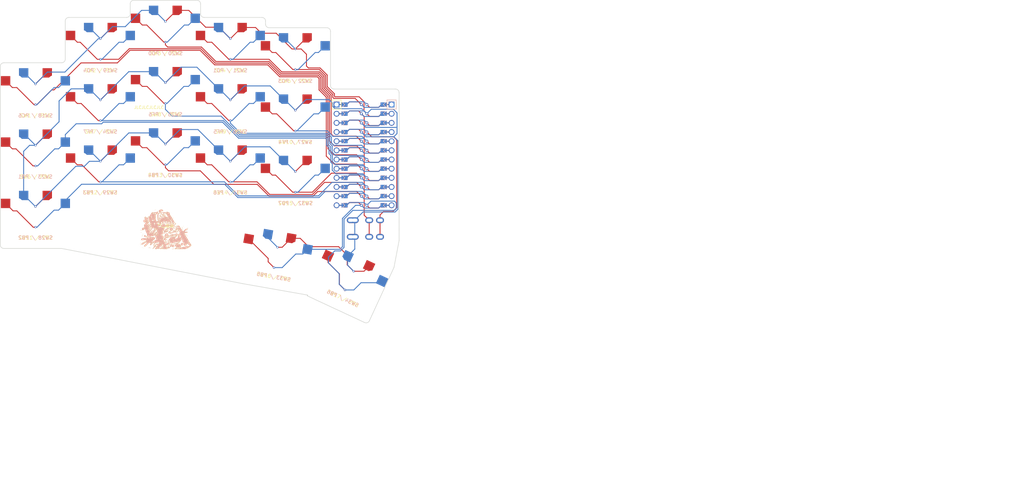
<source format=kicad_pcb>
(kicad_pcb (version 20211014) (generator pcbnew)
  (title_block (title "34skb") (rev "v1.0.0") (company "Unknown"))
  (layers (0 "F.Cu" signal) (31 "B.Cu" signal) (34 "B.Paste" user) (35 "F.Paste" user) (36 "B.SilkS" user "B.Silkscreen") (37 "F.SilkS" user "F.Silkscreen") (38 "B.Mask" user) (39 "F.Mask" user) (44 "Edge.Cuts" user))
  (net 0 "")
  (net 1 "GND")
  (net 2 "matrix_pinky_bottom")
  (net 3 "matrix_pinky_home")
  (net 4 "matrix_pinky_top")
  (net 5 "matrix_ring_bottom")
  (net 6 "matrix_ring_home")
  (net 7 "matrix_ring_top")
  (net 8 "matrix_middle_bottom")
  (net 9 "matrix_middle_home")
  (net 10 "matrix_middle_top")
  (net 11 "matrix_index_bottom")
  (net 12 "matrix_index_home")
  (net 13 "matrix_index_top")
  (net 14 "matrix_inner_bottom")
  (net 15 "matrix_inner_home")
  (net 16 "matrix_inner_top")
  (net 17 "thumb_left")
  (net 18 "thumb_right")
  (net 19 "RAW")
  (net 20 "RST")
  (net 21 "VCC")
  (net 22 "P0")
  (footprint "VIA-0.6mm" (layer "F.Cu") (at 88.164947 15.076876 -25)
    (fp_text reference "REF**" hide)
    (fp_text value "VIA-0.6mm" hide)
  )
  (footprint "PG1350" (layer "F.Cu") (at 66.573 11.2395 -10)
    (fp_text reference "S16" hide)
    (fp_text value "" hide)
  )
  (footprint "VIA-0.6mm" (layer "F.Cu") (at 18 -43.7155)
    (fp_text reference "REF**" hide)
    (fp_text value "VIA-0.6mm" hide)
  )
  (footprint "VIA-0.6mm" (layer "F.Cu") (at 18 -32.4305)
    (fp_text reference "REF**" hide)
    (fp_text value "VIA-0.6mm" hide)
  )
  (footprint "VIA-0.6mm" (layer "F.Cu") (at 36 -20.193)
    (fp_text reference "REF**" hide)
    (fp_text value "VIA-0.6mm" hide)
  )
  (footprint "VIA-0.6mm" (layer "F.Cu") (at 18 -26.7155)
    (fp_text reference "REF**" hide)
    (fp_text value "VIA-0.6mm" hide)
  )
  (footprint "VIA-0.6mm" (layer "F.Cu") (at 85.749684 20.256425 -25)
    (fp_text reference "REF**" hide)
    (fp_text value "VIA-0.6mm" hide)
  )
  (footprint "VIA-0.6mm" (layer "F.Cu") (at 36 -54.193)
    (fp_text reference "REF**" hide)
    (fp_text value "VIA-0.6mm" hide)
  )
  (footprint "PG1350" (layer "F.Cu") (at 0 -17)
    (fp_text reference "S2" hide)
    (fp_text value "" hide)
  )
  (footprint "VIA-0.6mm" (layer "F.Cu") (at 36 -31.478)
    (fp_text reference "REF**" hide)
    (fp_text value "VIA-0.6mm" hide)
  )
  (footprint "ProMicro" (layer "F.Cu") (at 91.05 -17.1905 -90)
    (fp_text reference "MCU1" hide)
    (fp_text value "")
  )
  (footprint "VIA-0.6mm" (layer "F.Cu") (at 54 -32.4305)
    (fp_text reference "REF**" hide)
    (fp_text value "VIA-0.6mm" hide)
  )
  (footprint "VIA-0.6mm" (layer "F.Cu") (at 18 -9.7155)
    (fp_text reference "REF**" hide)
    (fp_text value "VIA-0.6mm" hide)
  )
  (footprint "VIA-0.6mm" (layer "F.Cu") (at 36 -14.478)
    (fp_text reference "REF**" hide)
    (fp_text value "VIA-0.6mm" hide)
  )
  (footprint "PG1350" (layer "F.Cu") (at 18 -29.573)
    (fp_text reference "S5" hide)
    (fp_text value "" hide)
  )
  (footprint "PG1350" (layer "F.Cu") (at 72 -9.7155)
    (fp_text reference "S13" hide)
    (fp_text value "" hide)
  )
  (footprint "VIA-0.6mm" (layer "F.Cu") (at 0 -36.8575)
    (fp_text reference "REF**" hide)
    (fp_text value "VIA-0.6mm" hide)
  )
  (footprint "VIA-0.6mm" (layer "F.Cu") (at 72 -12.573)
    (fp_text reference "REF**" hide)
    (fp_text value "VIA-0.6mm" hide)
  )
  (footprint "PG1350" (layer "F.Cu") (at 18 -12.573)
    (fp_text reference "S4" hide)
    (fp_text value "" hide)
  )
  (footprint "PG1350" (layer "F.Cu") (at 72 -43.7155)
    (fp_text reference "S15" hide)
    (fp_text value "" hide)
  )
  (footprint "PG1350" (layer "F.Cu") (at 0 -34)
    (fp_text reference "S3" hide)
    (fp_text value "" hide)
  )
  (footprint "TRRS-PJ-320A-dual" (layer "F.Cu") (at 98.67 5.5245 -90)
    (fp_text reference "REF**")
    (fp_text value "TRRS-PJ-320A-dual")
  )
  (footprint "PG1350" (layer "F.Cu") (at 54 -29.573)
    (fp_text reference "S11" hide)
    (fp_text value "" hide)
  )
  (footprint "VIA-0.6mm" (layer "F.Cu") (at 18 -15.4305)
    (fp_text reference "REF**" hide)
    (fp_text value "VIA-0.6mm" hide)
  )
  (footprint "VIA-0.6mm" (layer "F.Cu") (at 72 -46.573)
    (fp_text reference "REF**" hide)
    (fp_text value "VIA-0.6mm" hide)
  )
  (footprint "PG1350" (layer "F.Cu") (at 36 -51.3355)
    (fp_text reference "S9" hide)
    (fp_text value "" hide)
  )
  (footprint "PG1350" (layer "F.Cu") (at 72 -26.7155)
    (fp_text reference "S14" hide)
    (fp_text value "" hide)
  )
  (footprint "PG1350" (layer "F.Cu") (at 0 0)
    (fp_text reference "S1" hide)
    (fp_text value "" hide)
  )
  (footprint "VIA-0.6mm" (layer "F.Cu") (at 72 -6.858)
    (fp_text reference "REF**" hide)
    (fp_text value "VIA-0.6mm" hide)
  )
  (footprint "VIA-0.6mm" (layer "F.Cu") (at 72 -29.573)
    (fp_text reference "REF**" hide)
    (fp_text value "VIA-0.6mm" hide)
  )
  (footprint "VIA-0.6mm" (layer "F.Cu") (at 54 -9.7155)
    (fp_text reference "REF**" hide)
    (fp_text value "VIA-0.6mm" hide)
  )
  (footprint "VIA-0.6mm" (layer "F.Cu") (at 0 2.8575)
    (fp_text reference "REF**" hide)
    (fp_text value "VIA-0.6mm" hide)
  )
  (footprint "PG1350" (layer "F.Cu") (at 54 -46.573)
    (fp_text reference "S12" hide)
    (fp_text value "" hide)
  )
  (footprint "PG1350" (layer "F.Cu") (at 86.957316 17.66665 -25)
    (fp_text reference "S17" hide)
    (fp_text value "" hide)
  )
  (footprint "PG1350" (layer "F.Cu") (at 36 -34.3355)
    (fp_text reference "S8" hide)
    (fp_text value "" hide)
  )
  (footprint "PG1350" (layer "F.Cu") (at 54 -12.573)
    (fp_text reference "S10" hide)
    (fp_text value "" hide)
  )
  (footprint "VIA-0.6mm" (layer "F.Cu") (at 54 -43.7155)
    (fp_text reference "REF**" hide)
    (fp_text value "VIA-0.6mm" hide)
  )
  (footprint "VIA-0.6mm" (layer "F.Cu") (at 36 -48.478)
    (fp_text reference "REF**" hide)
    (fp_text value "VIA-0.6mm" hide)
  )
  (footprint "VIA-0.6mm" (layer "F.Cu") (at 67.0692 8.425412 -10)
    (fp_text reference "REF**" hide)
    (fp_text value "VIA-0.6mm" hide)
  )
  (footprint "VIA-0.6mm" (layer "F.Cu") (at 18 -49.4305)
    (fp_text reference "REF**" hide)
    (fp_text value "VIA-0.6mm" hide)
  )
  (footprint "VIA-0.6mm" (layer "F.Cu") (at 0 -31.1425)
    (fp_text reference "REF**" hide)
    (fp_text value "VIA-0.6mm" hide)
  )
  (footprint "VIA-0.6mm" (layer "F.Cu") (at 54 -49.4305)
    (fp_text reference "REF**" hide)
    (fp_text value "VIA-0.6mm" hide)
  )
  (footprint "VIA-0.6mm" (layer "F.Cu") (at 72 -40.858)
    (fp_text reference "REF**" hide)
    (fp_text value "VIA-0.6mm" hide)
  )
  (footprint "PG1350" (layer "F.Cu") (at 18 -46.573)
    (fp_text reference "S6" hide)
    (fp_text value "" hide)
  )
  (footprint "VIA-0.6mm" (layer "F.Cu") (at 54 -15.4305)
    (fp_text reference "REF**" hide)
    (fp_text value "VIA-0.6mm" hide)
  )
  (footprint "VIA-0.6mm" (layer "F.Cu") (at 0 -14.1425)
    (fp_text reference "REF**" hide)
    (fp_text value "VIA-0.6mm" hide)
  )
  (footprint "VIA-0.6mm" (layer "F.Cu") (at 36 -37.193)
    (fp_text reference "REF**" hide)
    (fp_text value "VIA-0.6mm" hide)
  )
  (footprint "VIA-0.6mm" (layer "F.Cu") (at 0 -2.8575)
    (fp_text reference "REF**" hide)
    (fp_text value "VIA-0.6mm" hide)
  )
  (footprint "LOGO" (layer "F.Cu") (at 35.934337 2.988697)
    (fp_text reference "G***")
    (fp_text value "LOGO" hide)
  )
  (footprint "VIA-0.6mm" (layer "F.Cu") (at 54 -26.7155)
    (fp_text reference "REF**" hide)
    (fp_text value "VIA-0.6mm" hide)
  )
  (footprint "VIA-0.6mm" (layer "F.Cu") (at 66.0768 14.053588 -10)
    (fp_text reference "REF**" hide)
    (fp_text value "VIA-0.6mm" hide)
  )
  (footprint "VIA-0.6mm" (layer "F.Cu") (at 72 -23.858)
    (fp_text reference "REF**" hide)
    (fp_text value "VIA-0.6mm" hide)
  )
  (footprint "PG1350" (layer "F.Cu") (at 36 -17.3355)
    (fp_text reference "S7" hide)
    (fp_text value "" hide)
  )
  (footprint "VIA-0.6mm" (layer "F.Cu") (at 0 -19.8575)
    (fp_text reference "REF**" hide)
    (fp_text value "VIA-0.6mm" hide)
  )
  (footprint "LOGO" (layer "B.Cu") (at 35.904337 2.978697 180)
    (fp_text reference "G***")
    (fp_text value "LOGO" hide)
  )
  (gr_line (start -9.75 7.75) (end -9.75 -41.75) (layer "Edge.Cuts") (width 0.15))
  (gr_line (start 46.75 -55.323) (end 62.75 -55.323) (layer "Edge.Cuts") (width 0.15))
  (gr_line (start 9.25 -55.323) (end 25.25 -55.323) (layer "Edge.Cuts") (width 0.15))
  (gr_line (start 57.421318 18.510794) (end 7.25 8.75) (layer "Edge.Cuts") (width 0.15))
  (gr_line (start 75.329213 21.898933) (end 91.189599 29.294753) (layer "Edge.Cuts") (width 0.15))
  (gr_line (start 8.25 -43.75) (end 8.25 -54.323) (layer "Edge.Cuts") (width 0.15))
  (gr_arc (start -9.75 -41.75) (mid -9.457107 -42.457107) (end -8.75 -42.75) (layer "Edge.Cuts") (width 0.15))
  (gr_line (start 100.75 -2.744011) (end 100.758002 6.547588) (layer "Edge.Cuts") (width 0.15))
  (gr_arc (start 80.75 -52.4655) (mid 81.457107 -52.172607) (end 81.75 -51.4655) (layer "Edge.Cuts") (width 0.15))
  (gr_line (start 63.75 -54.323) (end 63.75 -53.4655) (layer "Edge.Cuts") (width 0.15))
  (gr_arc (start 8.25 -54.323) (mid 8.542893 -55.030107) (end 9.25 -55.323) (layer "Edge.Cuts") (width 0.15))
  (gr_line (start 100.758002 6.547588) (end 99.332706 14.016139) (layer "Edge.Cuts") (width 0.15))
  (gr_arc (start 82.75 -35.4655) (mid 82.042893 -35.758393) (end 81.75 -36.4655) (layer "Edge.Cuts") (width 0.15))
  (gr_arc (start 99.75 -35.4655) (mid 100.457107 -35.172607) (end 100.75 -34.4655) (layer "Edge.Cuts") (width 0.15))
  (gr_line (start 26.25 -56.323) (end 26.25 -59.0855) (layer "Edge.Cuts") (width 0.15))
  (gr_line (start 64.75 -52.4655) (end 80.75 -52.4655) (layer "Edge.Cuts") (width 0.15))
  (gr_line (start 57.421318 18.510794) (end 75.428528 21.685951) (layer "Edge.Cuts") (width 0.15))
  (gr_line (start -8.75 -42.75) (end 7.25 -42.75) (layer "Edge.Cuts") (width 0.15))
  (gr_arc (start -8.75 8.75) (mid -9.457107 8.457107) (end -9.75 7.75) (layer "Edge.Cuts") (width 0.15))
  (gr_line (start -8.75 8.75) (end 7.25 8.75) (layer "Edge.Cuts") (width 0.15))
  (gr_line (start 27.25 -60.0855) (end 44.75 -60.0855) (layer "Edge.Cuts") (width 0.15))
  (gr_arc (start 8.25 -43.75) (mid 7.957107 -43.042893) (end 7.25 -42.75) (layer "Edge.Cuts") (width 0.15))
  (gr_line (start 99.332706 14.016139) (end 92.518525 28.811063) (layer "Edge.Cuts") (width 0.15))
  (gr_arc (start 46.75 -55.323) (mid 46.042893 -55.615893) (end 45.75 -56.323) (layer "Edge.Cuts") (width 0.15))
  (gr_arc (start 26.25 -56.323) (mid 25.957107 -55.615893) (end 25.25 -55.323) (layer "Edge.Cuts") (width 0.15))
  (gr_arc (start 26.25 -59.0855) (mid 26.542893 -59.792607) (end 27.25 -60.0855) (layer "Edge.Cuts") (width 0.15))
  (gr_line (start 82.75 -35.4655) (end 99.75 -35.4655) (layer "Edge.Cuts") (width 0.15))
  (gr_arc (start 92.518525 28.811063) (mid 91.954237 29.328138) (end 91.189599 29.294753) (layer "Edge.Cuts") (width 0.15))
  (gr_line (start 81.75 -36.4655) (end 81.75 -51.4655) (layer "Edge.Cuts") (width 0.15))
  (gr_line (start 75.428528 21.685951) (end 75.329213 21.898933) (layer "Edge.Cuts") (width 0.15))
  (gr_arc (start 64.75 -52.4655) (mid 64.042893 -52.758393) (end 63.75 -53.4655) (layer "Edge.Cuts") (width 0.15))
  (gr_line (start 45.75 -59.0855) (end 45.75 -56.323) (layer "Edge.Cuts") (width 0.15))
  (gr_arc (start 62.75 -55.323) (mid 63.457107 -55.030107) (end 63.75 -54.323) (layer "Edge.Cuts") (width 0.15))
  (gr_arc (start 44.75 -60.0855) (mid 45.457107 -59.792607) (end 45.75 -59.0855) (layer "Edge.Cuts") (width 0.15))
  (gr_line (start 100.75 -2.744011) (end 100.75 -34.4655) (layer "Edge.Cuts") (width 0.15))
  (gr_text "SW25 / PF6" (at 36.024337 -28.421303) (layer "B.SilkS") (effects (font (size 1 1)) (justify mirror)))
  (gr_text "SW33 / PB5" (at 66.004337 16.618697 -10) (layer "B.SilkS") (effects (font (size 1 1)) (justify mirror)))
  (gr_text "SW30 / PB4" (at 35.974337 -11.571303) (layer "B.SilkS") (effects (font (size 1 1)) (justify mirror)))
  (gr_text "SW20 / PD0" (at 36.024337 -45.371303) (layer "B.SilkS") (effects (font (size 1 1)) (justify mirror)))
  (gr_text "SW19 / PD4" (at 17.994337 -40.631303) (layer "B.SilkS") (effects (font (size 1 1)) (justify mirror)))
  (gr_text "SW27 / PF4" (at 71.984337 -20.751303) (layer "B.SilkS") (effects (font (size 1 1)) (justify mirror)))
  (gr_text "SW28 / PB2" (at 0.014337 5.788697) (layer "B.SilkS") (effects (font (size 1 1)) (justify mirror)))
  (gr_text "SW31 / PE6" (at 53.994337 -6.751303) (layer "B.SilkS") (effects (font (size 1 1)) (justify mirror)))
  (gr_text "SW32 / PD7" (at 72.044337 -3.771303) (layer "B.SilkS") (effects (font (size 1 1)) (justify mirror)))
  (gr_text "SW34 / PB6" (at 85.154337 22.628697 -25) (layer "B.SilkS") (effects (font (size 1 1)) (justify mirror)))
  (gr_text "SW23 / PB1" (at -0.045663 -11.141303) (layer "B.SilkS") (effects (font (size 1 1)) (justify mirror)))
  (gr_text "SW22 / PD3" (at 72.004337 -37.701303) (layer "B.SilkS") (effects (font (size 1 1)) (justify mirror)))
  (gr_text "SW29 / PB3" (at 17.914337 -6.761303) (layer "B.SilkS") (effects (font (size 1 1)) (justify mirror)))
  (gr_text "SW21 / PD1" (at 53.964337 -40.631303) (layer "B.SilkS") (effects (font (size 1 1)) (justify mirror)))
  (gr_text "SW24 / PF7" (at 17.984337 -23.631303) (layer "B.SilkS") (effects (font (size 1 1)) (justify mirror)))
  (gr_text "SW18 / PC6" (at 0.004337 -28.101303) (layer "B.SilkS") (effects (font (size 1 1)) (justify mirror)))
  (gr_text "SW26 / PF5" (at 53.994337 -23.631303) (layer "B.SilkS") (effects (font (size 1 1)) (justify mirror)))
  (gr_text "" (at 273.69 71.9295) (layer "F.SilkS") (effects (font (size 1.27 1.27))))
  (gr_text "SW1 / PC6" (at 0.004337 -28.111303) (layer "F.SilkS") (effects (font (size 1 1))))
  (gr_text "SW11 / PB2" (at 0.014337 5.778697) (layer "F.SilkS") (effects (font (size 1 1))))
  (gr_text "SW6 / PB1" (at -0.045663 -11.151303) (layer "F.SilkS") (effects (font (size 1 1))))
  (gr_text "SW13 / PB4" (at 35.974337 -11.581303) (layer "F.SilkS") (effects (font (size 1 1))))
  (gr_text "SW15 / PD7" (at 72.044337 -3.781303) (layer "F.SilkS") (effects (font (size 1 1))))
  (gr_text "SW2 / PD4" (at 17.994337 -40.641303) (layer "F.SilkS") (effects (font (size 1 1))))
  (gr_text "SW8 / PF6" (at 36.024337 -28.431303) (layer "F.SilkS") (effects (font (size 1 1))))
  (gr_text "SW9 / PF5" (at 53.994337 -23.641303) (layer "F.SilkS") (effects (font (size 1 1))))
  (gr_text "SW5 / PD3" (at 72.004337 -37.711303) (layer "F.SilkS") (effects (font (size 1 1))))
  (gr_text "JLCJLCJLCJLC" (at 31.454337 -30.371303) (layer "F.SilkS") (effects (font (size 0.8 0.8))))
  (gr_text "SW3 / PD0" (at 36.024337 -45.381303) (layer "F.SilkS") (effects (font (size 1 1))))
  (gr_text "SW7 / PF7" (at 17.984337 -23.641303) (layer "F.SilkS") (effects (font (size 1 1))))
  (gr_text "SW4 / PD1" (at 53.964337 -40.641303) (layer "F.SilkS") (effects (font (size 1 1))))
  (gr_text "SW14 / PE6" (at 53.994337 -6.761303) (layer "F.SilkS") (effects (font (size 1 1))))
  (gr_text "SW16 / PB5" (at 66.004337 16.608697 -10) (layer "F.SilkS") (effects (font (size 1 1))))
  (gr_text "SW17 / PB6" (at 85.154337 22.618697 -25) (layer "F.SilkS") (effects (font (size 1 1))))
  (gr_text "SW10 / PF4" (at 71.984337 -20.761303) (layer "F.SilkS") (effects (font (size 1 1))))
  (gr_text "SW12 / PB3" (at 17.914337 -6.771303) (layer "F.SilkS") (effects (font (size 1 1))))
  (segment (start 82.830538 -33.491352) (end 82.990732 -33.331158) (width 0.25) (layer "F.Cu") (net 1))
  (segment (start 71.068944 -46.573) (end 66.701255 -50.940689) (width 0.25) (layer "F.Cu") (net 1))
  (segment (start 73.625911 -46.573) (end 75.082024 -45.116887) (width 0.25) (layer "F.Cu") (net 1))
  (segment (start 21.0925 -52.523) (end 21.275 -52.523) (width 0.25) (layer "F.Cu") (net 1))
  (segment (start 72 -46.573) (end 73.625911 -46.573) (width 0.25) (layer "F.Cu") (net 1))
  (segment (start 60.992524 -52.523) (end 57.275 -52.523) (width 0.25) (layer "F.Cu") (net 1))
  (segment (start 82.990732 -33.331158) (end 89.659712 -33.331158) (width 0.25) (layer "F.Cu") (net 1))
  (segment (start 18 -15.4305) (end 21.0925 -18.523) (width 0.25) (layer "F.Cu") (net 1))
  (segment (start 42.47529 -57.2855) (end 39.275 -57.2855) (width 0.25) (layer "F.Cu") (net 1))
  (segment (start 0 -19.8575) (end 3.0925 -22.95) (width 0.25) (layer "F.Cu") (net 1))
  (segment (start 80.834035 -39.340323) (end 80.834035 -36.142358) (width 0.25) (layer "F.Cu") (net 1))
  (segment (start 89.659712 -33.331158) (end 91.032807 -31.958063) (width 0.25) (layer "F.Cu") (net 1))
  (segment (start 72 -12.573) (end 75.0925 -15.6655) (width 0.25) (layer "F.Cu") (net 1))
  (segment (start 88.164947 15.076876) (end 86.377483 13.289412) (width 0.25) (layer "F.Cu") (net 1))
  (segment (start 67.0692 8.425412) (end 68.354632 8.425412) (width 0.25) (layer "F.Cu") (net 1))
  (segment (start 73.364817 5.948592) (end 70.831452 5.948592) (width 0.25) (layer "F.Cu") (net 1))
  (segment (start 18 -49.4305) (end 21.0925 -52.523) (width 0.25) (layer "F.Cu") (net 1))
  (segment (start 39.0925 -57.2855) (end 39.275 -57.2855) (width 0.25) (layer "F.Cu") (net 1))
  (segment (start 3.0925 -39.95) (end 3.275 -39.95) (width 0.25) (layer "F.Cu") (net 1))
  (segment (start 72 -46.573) (end 71.068944 -46.573) (width 0.25) (layer "F.Cu") (net 1))
  (segment (start 91.02137 15.076876) (end 92.440053 13.658193) (width 0.25) (layer "F.Cu") (net 1))
  (segment (start 66.701255 -50.940689) (end 62.574835 -50.940689) (width 0.25) (layer "F.Cu") (net 1))
  (segment (start 54 -49.4305) (end 57.0925 -52.523) (width 0.25) (layer "F.Cu") (net 1))
  (segment (start 50.824764 -52.605736) (end 47.155054 -52.605736) (width 0.25) (layer "F.Cu") (net 1))
  (segment (start 75.082024 -41.844345) (end 75.618369 -41.308) (width 0.25) (layer "F.Cu") (net 1))
  (segment (start 21.0925 -35.523) (end 21.275 -35.523) (width 0.25) (layer "F.Cu") (net 1))
  (segment (start 75.0925 -32.6655) (end 75.275 -32.6655) (width 0.25) (layer "F.Cu") (net 1))
  (segment (start 68.354632 8.425412) (end 70.831452 5.948592) (width 0.25) (layer "F.Cu") (net 1))
  (segment (start 36 -20.193) (end 39.0925 -23.2855) (width 0.25) (layer "F.Cu") (net 1))
  (segment (start 18 -32.4305) (end 21.0925 -35.523) (width 0.25) (layer "F.Cu") (net 1))
  (segment (start 57.0925 -18.523) (end 57.275 -18.523) (width 0.25) (layer "F.Cu") (net 1))
  (segment (start 57.0925 -52.523) (end 57.275 -52.523) (width 0.25) (layer "F.Cu") (net 1))
  (segment (start 39.0925 -23.2855) (end 39.275 -23.2855) (width 0.25) (layer "F.Cu") (net 1))
  (segment (start 57.0925 -35.523) (end 57.275 -35.523) (width 0.25) (layer "F.Cu") (net 1))
  (segment (start 0 -36.8575) (end 3.0925 -39.95) (width 0.25) (layer "F.Cu") (net 1))
  (segment (start 54 -15.4305) (end 57.0925 -18.523) (width 0.25) (layer "F.Cu") (net 1))
  (segment (start 75.082024 -45.116887) (end 75.082024 -41.844345) (width 0.25) (layer "F.Cu") (net 1))
  (segment (start 62.574835 -50.940689) (end 60.992524 -52.523) (width 0.25) (layer "F.Cu") (net 1))
  (segment (start 47.155054 -52.605736) (end 42.47529 -57.2855) (width 0.25) (layer "F.Cu") (net 1))
  (segment (start 36 -54.193) (end 39.0925 -57.2855) (width 0.25) (layer "F.Cu") (net 1))
  (segment (start 82.830538 -34.145855) (end 82.830538 -33.491352) (width 0.25) (layer "F.Cu") (net 1))
  (segment (start 75.679376 8.263151) (end 73.364817 5.948592) (width 0.25) (layer "F.Cu") (net 1))
  (segment (start 84.009523 8.263151) (end 75.679376 8.263151) (width 0.25) (layer "F.Cu") (net 1))
  (segment (start 0 -2.8575) (end 3.0925 -5.95) (width 0.25) (layer "F.Cu") (net 1))
  (segment (start 86.377483 10.631111) (end 84.009523 8.263151) (width 0.25) (layer "F.Cu") (net 1))
  (segment (start 78.866358 -41.308) (end 80.834035 -39.340323) (width 0.25) (layer "F.Cu") (net 1))
  (segment (start 88.164947 15.076876) (end 91.02137 15.076876) (width 0.25) (layer "F.Cu") (net 1))
  (segment (start 75.0925 -49.6655) (end 75.275 -49.6655) (width 0.25) (layer "F.Cu") (net 1))
  (segment (start 54 -49.4305) (end 50.824764 -52.605736) (width 0.25) (layer "F.Cu") (net 1))
  (segment (start 91.032807 -29.399693) (end 91.812 -28.6205) (width 0.25) (layer "F.Cu") (net 1))
  (segment (start 54 -32.4305) (end 57.0925 -35.523) (width 0.25) (layer "F.Cu") (net 1))
  (segment (start 39.0925 -40.2855) (end 39.275 -40.2855) (width 0.25) (layer "F.Cu") (net 1))
  (segment (start 80.834035 -36.142358) (end 82.830538 -34.145855) (width 0.25) (layer "F.Cu") (net 1))
  (segment (start 3.0925 -5.95) (end 3.275 -5.95) (width 0.25) (layer "F.Cu") (net 1))
  (segment (start 75.0925 -15.6655) (end 75.275 -15.6655) (width 0.25) (layer "F.Cu") (net 1))
  (segment (start 75.618369 -41.308) (end 78.866358 -41.308) (width 0.25) (layer "F.Cu") (net 1))
  (segment (start 72 -46.573) (end 75.0925 -49.6655) (width 0.25) (layer "F.Cu") (net 1))
  (segment (start 36 -37.193) (end 39.0925 -40.2855) (width 0.25) (layer "F.Cu") (net 1))
  (segment (start 72 -29.573) (end 75.0925 -32.6655) (width 0.25) (layer "F.Cu") (net 1))
  (segment (start 21.0925 -18.523) (end 21.275 -18.523) (width 0.25) (layer "F.Cu") (net 1))
  (segment (start 3.0925 -22.95) (end 3.275 -22.95) (width 0.25) (layer "F.Cu") (net 1))
  (segment (start 86.377483 13.289412) (end 86.377483 10.631111) (width 0.25) (layer "F.Cu") (net 1))
  (segment (start 91.032807 -31.958063) (end 91.032807 -29.399693) (width 0.25) (layer "F.Cu") (net 1))
  (segment (start 82.988828 -30.010681) (end 90.421819 -30.010681) (width 0.25) (layer "B.Cu") (net 1))
  (segment (start 29.403979 -57.2855) (end 32.725 -57.2855) (width 0.25) (layer "B.Cu") (net 1))
  (segment (start 45.019979 -24.228021) (end 50.725 -18.523) (width 0.25) (layer "B.Cu") (net 1))
  (segment (start 9.896697 -35.523) (end 14.725 -35.523) (width 0.25) (layer "B.Cu") (net 1))
  (segment (start 3.301254 -40.158754) (end 8.148472 -40.158754) (width 0.25) (layer "B.Cu") (net 1))
  (segment (start 32.9075 -57.2855) (end 32.725 -57.2855) (width 0.25) (layer "B.Cu") (net 1))
  (segment (start 18 -49.4305) (end 14.9075 -52.523) (width 0.25) (layer "B.Cu") (net 1))
  (segment (start -3.275 -18.208781) (end -1.626281 -19.8575) (width 0.25) (layer "B.Cu") (net 1))
  (segment (start -3.275 -5.95) (end -3.275 -18.208781) (width 0.25) (layer "B.Cu") (net 1))
  (segment (start 72 -46.573) (end 68.9075 -49.6655) (width 0.25) (layer "B.Cu") (net 1))
  (segment (start 88.47 0.9245) (end 88.47 5.5245) (width 0.25) (layer "B.Cu") (net 1))
  (segment (start 36 -37.193) (end 40.328839 -41.521839) (width 0.25) (layer "B.Cu") (net 1))
  (segment (start 40.328839 -41.521839) (end 44.726161 -41.521839) (width 0.25) (layer "B.Cu") (net 1))
  (segment (start 81.345278 -32.544459) (end 82.305 -31.584737) (width 0.25) (layer "B.Cu") (net 1))
  (segment (start 90.748258 -1.353758) (end 99.646401 -1.353758) (width 0.25) (layer "B.Cu") (net 1))
  (segment (start 54 -32.4305) (end 50.9075 -35.523) (width 0.25) (layer "B.Cu") (net 1))
  (segment (start 11.198053 -14.055553) (end 13.572553 -14.055553) (width 0.25) (layer "B.Cu") (net 1))
  (segment (start 88.47 0.9245) (end 90.748258 -1.353758) (width 0.25) (layer "B.Cu") (net 1))
  (segment (start 99.301102 -22.239166) (end 91.589334 -22.239166) (width 0.25) (layer "B.Cu") (net 1))
  (segment (start 0 -36.8575) (end -3.0925 -39.95) (width 0.25) (layer "B.Cu") (net 1))
  (segment (start 40.035021 -24.228021) (end 45.019979 -24.228021) (width 0.25) (layer "B.Cu") (net 1))
  (segment (start 50.9075 -18.523) (end 50.725 -18.523) (width 0.25) (layer "B.Cu") (net 1))
  (segment (start -3.0925 -39.95) (end -3.275 -39.95) (width 0.25) (layer "B.Cu") (net 1))
  (segment (start 90.288 -26.0805) (end 91.548316 -24.820184) (width 0.25) (layer "B.Cu") (net 1))
  (segment (start 32.9075 -23.2855) (end 32.725 -23.2855) (width 0.25) (layer "B.Cu") (net 1))
  (segment (start 25.852084 -23.2855) (end 32.725 -23.2855) (width 0.25) (layer "B.Cu") (net 1))
  (segment (start 57.899621 -36.330121) (end 65.060379 -36.330121) (width 0.25) (layer "B.Cu") (net 1))
  (segment (start 68.9075 -15.6655) (end 68.725 -15.6655) (width 0.25) (layer "B.Cu") (net 1))
  (segment (start 54 -32.4305) (end 57.899621 -36.330121) (width 0.25) (layer "B.Cu") (net 1))
  (segment (start 24.646836 -22.077336) (end 24.646836 -22.080252) (width 0.25) (layer "B.Cu") (net 1))
  (segment (start 68.9075 -49.6655) (end 68.725 -49.6655) (width 0.25) (layer "B.Cu") (net 1))
  (segment (start 36 -20.193) (end 32.9075 -23.2855) (width 0.25) (layer "B.Cu") (net 1))
  (segment (start 18 -49.4305) (end 21.334151 -52.764651) (width 0.25) (layer "B.Cu") (net 1))
  (segment (start 0 -19.8575) (end -3.0925 -22.95) (width 0.25) (layer "B.Cu") (net 1))
  (segment (start 18 -32.4305) (end 14.9075 -35.523) (width 0.25) (layer "B.Cu") (net 1))
  (segment (start 18 -15.4305) (end 24.646836 -22.077336) (width 0.25) (layer "B.Cu") (net 1))
  (segment (start 25.855 -40.2855) (end 32.725 -40.2855) (width 0.25) (layer "B.Cu") (net 1))
  (segment (start 0 -36.8575) (end 3.301254 -40.158754) (width 0.25) (layer "B.Cu") (net 1))
  (segment (start 86.503737 13.415666) (end 86.503737 10.890044) (width 0.25) (layer "B.Cu") (net 1))
  (segment (start 6.550479 -32.176782) (end 9.896697 -35.523) (width 0.25) (layer "B.Cu") (net 1))
  (segment (start 54 -49.4305) (end 50.9075 -52.523) (width 0.25) (layer "B.Cu") (net 1))
  (segment (start 91.812 -28.6205) (end 93.052945 -29.861445) (width 0.25) (layer "B.Cu") (net 1))
  (segment (start 82.305 -31.584737) (end 82.305 -30.694509) (width 0.25) (layer "B.Cu") (net 1))
  (segment (start 65.060379 -36.330121) (end 68.725 -32.6655) (width 0.25) (layer "B.Cu") (net 1))
  (segment (start 64.957515 -19.432985) (end 68.725 -15.6655) (width 0.25) (layer "B.Cu") (net 1))
  (segment (start 72 -29.573) (end 74.971459 -32.544459) (width 0.25) (layer "B.Cu") (net 1))
  (segment (start 72 -29.573) (end 68.9075 -32.6655) (width 0.25) (layer "B.Cu") (net 1))
  (segment (start 64.380961 5.737173) (end 64.380961 4.811196) (width 0.25) (layer "B.Cu") (net 1))
  (segment (start 100.186278 -24.820184) (end 100.186278 -23.124342) (width 0.25) (layer "B.Cu") (net 1))
  (segment (start 0 -19.8575) (end 6.550479 -26.407979) (width 0.25) (layer "B.Cu") (net 1))
  (segment (start 88.47 8.923781) (end 86.503737 10.890044) (width 0.25) (layer "B.Cu") (net 1))
  (segment (start 13.572553 -14.055553) (end 14.9475 -15.4305) (width 0.25) (layer "B.Cu") (net 1))
  (segment (start 88.47 5.5245) (end 88.47 8.923781) (width 0.25) (layer "B.Cu") (net 1))
  (segment (start 67.0692 8.425412) (end 64.380961 5.737173) (width 0.25) (layer "B.Cu") (net 1))
  (segment (start 24.88313 -52.764651) (end 29.403979 -57.2855) (width 0.25) (layer "B.Cu") (net 1))
  (segment (start 58.002485 -19.432985) (end 64.957515 -19.432985) (width 0.25) (layer "B.Cu") (net 1))
  (segment (start 72 -12.573) (end 68.9075 -15.6655) (width 0.25) (layer "B.Cu") (net 1))
  (segment (start 36 -20.193) (end 40.035021 -24.228021) (width 0.25) (layer "B.Cu") (net 1))
  (segment (start 99.646401 -1.353758) (end 100.395919 -2.103276) (width 0.25) (layer "B.Cu") (net 1))
  (segment (start 0 -2.8575) (end 11.198053 -14.055553) (width 0.25) (layer "B.Cu") (net 1))
  (segment (start -3.0925 -22.95) (end -3.275 -22.95) (width 0.25) (layer "B.Cu") (net 1))
  (segment (start 24.646836 -22.080252) (end 25.852084 -23.2855) (width 0.25) (layer "B.Cu") (net 1))
  (segment (start 50.9075 -52.523) (end 50.725 -52.523) (width 0.25) (layer "B.Cu") (net 1))
  (segment (start 14.9475 -15.4305) (end 18 -15.4305) (width 0.25) (layer "B.Cu") (net 1))
  (segment (start 14.9075 -18.523) (end 14.725 -18.523) (width 0.25) (layer "B.Cu") (net 1))
  (segment (start 88.164947 15.076876) (end 86.503737 13.415666) (width 0.25) (layer "B.Cu") (net 1))
  (segment (start 21.334151 -52.764651) (end 24.88313 -52.764651) (width 0.25) (layer "B.Cu") (net 1))
  (segment (start 100.186278 -23.124342) (end 99.301102 -22.239166) (width 0.25) (layer "B.Cu") (net 1))
  (segment (start 93.052945 -29.861445) (end 99.178025 -29.861445) (width 0.25) (layer "B.Cu") (net 1))
  (segment (start 14.9075 -52.523) (end 14.725 -52.523) (width 0.25) (layer "B.Cu") (net 1))
  (segment (start 100.186278 -28.853192) (end 100.186278 -24.820184) (width 0.25) (layer "B.Cu") (net 1))
  (segment (start 91.548316 -24.820184) (end 100.186278 -24.820184) (width 0.25) (layer "B.Cu") (net 1))
  (segment (start 14.9075 -35.523) (end 14.725 -35.523) (width 0.25) (layer "B.Cu") (net 1))
  (segment (start 36 -37.193) (end 32.9075 -40.2855) (width 0.25) (layer "B.Cu") (net 1))
  (segment (start 54 -15.4305) (end 50.9075 -18.523) (width 0.25) (layer "B.Cu") (net 1))
  (segment (start 91.589334 -22.239166) (end 90.288 -23.5405) (width 0.25) (layer "B.Cu") (net 1))
  (segment (start 50.9075 -35.523) (end 50.725 -35.523) (width 0.25) (layer "B.Cu") (net 1))
  (segment (start 36 -54.193) (end 32.9075 -57.2855) (width 0.25) (layer "B.Cu") (net 1))
  (segment (start 44.726161 -41.521839) (end 50.725 -35.523) (width 0.25) (layer "B.Cu") (net 1))
  (segment (start 18 -32.4305) (end 25.855 -40.2855) (width 0.25) (layer "B.Cu") (net 1))
  (segment (start 54 -15.4305) (end 58.002485 -19.432985) (width 0.25) (layer "B.Cu") (net 1))
  (segment (start 6.550479 -26.407979) (end 6.550479 -32.176782) (width 0.25) (layer "B.Cu") (net 1))
  (segment (start 0 -2.8575) (end -3.0925 -5.95) (width 0.25) (layer "B.Cu") (net 1))
  (segment (start 8.148472 -40.158754) (end 17.420218 -49.4305) (width 0.25) (layer "B.Cu") (net 1))
  (segment (start 17.420218 -49.4305) (end 18 -49.4305) (width 0.25) (layer "B.Cu") (net 1))
  (segment (start 100.395919 -21.144349) (end 99.301102 -22.239166) (width 0.25) (layer "B.Cu") (net 1))
  (segment (start 99.178025 -29.861445) (end 100.186278 -28.853192) (width 0.25) (layer "B.Cu") (net 1))
  (segment (start -3.0925 -5.95) (end -3.275 -5.95) (width 0.25) (layer "B.Cu") (net 1))
  (segment (start 90.421819 -30.010681) (end 91.812 -28.6205) (width 0.25) (layer "B.Cu") (net 1))
  (segment (start 18 -15.4305) (end 14.9075 -18.523) (width 0.25) (layer "B.Cu") (net 1))
  (segment (start -1.626281 -19.8575) (end 0 -19.8575) (width 0.25) (layer "B.Cu") (net 1))
  (segment (start 82.305 -30.694509) (end 82.988828 -30.010681) (width 0.25) (layer "B.Cu") (net 1))
  (segment (start 74.971459 -32.544459) (end 81.345278 -32.544459) (width 0.25) (layer "B.Cu") (net 1))
  (segment (start 68.9075 -32.6655) (end 68.725 -32.6655) (width 0.25) (layer "B.Cu") (net 1))
  (segment (start 100.395919 -2.103276) (end 100.395919 -21.144349) (width 0.25) (layer "B.Cu") (net 1))
  (segment (start 32.9075 -40.2855) (end 32.725 -40.2855) (width 0.25) (layer "B.Cu") (net 1))
  (segment (start -0.622774 2.8575) (end -5.149513 -1.669239) (width 0.25) (layer "F.Cu") (net 2))
  (segment (start 0 2.8575) (end -0.622774 2.8575) (width 0.25) (layer "F.Cu") (net 2))
  (segment (start -5.149513 -1.669239) (end -6.194239 -1.669239) (width 0.25) (layer "F.Cu") (net 2))
  (segment (start -6.194239 -1.669239) (end -8.275 -3.75) (width 0.25) (layer "F.Cu") (net 2))
  (segment (start 80.264542 -7.056576) (end 90.515924 -7.056576) (width 0.25) (layer "B.Cu") (net 2))
  (segment (start 5.156763 -1.874999) (end 6.399999 -1.874999) (width 0.25) (layer "B.Cu") (net 2))
  (segment (start 52.395266 -9.062689) (end 56.07747 -5.380485) (width 0.25) (layer "B.Cu") (net 2))
  (segment (start 78.588451 -5.380485) (end 80.264542 -7.056576) (width 0.25) (layer "B.Cu") (net 2))
  (segment (start 8.275 -3.75) (end 8.275 -4.557226) (width 0.25) (layer "B.Cu") (net 2))
  (segment (start 8.275 -4.557226) (end 12.780463 -9.062689) (width 0.25) (layer "B.Cu") (net 2))
  (segment (start 90.515924 -7.056576) (end 91.812 -5.7605) (width 0.25) (layer "B.Cu") (net 2))
  (segment (start 0.424264 2.8575) (end 5.156763 -1.874999) (width 0.25) (layer "B.Cu") (net 2))
  (segment (start 6.399999 -1.874999) (end 8.275 -3.75) (width 0.25) (layer "B.Cu") (net 2))
  (segment (start 0 2.8575) (end 0.424264 2.8575) (width 0.25) (layer "B.Cu") (net 2))
  (segment (start 56.07747 -5.380485) (end 78.588451 -5.380485) (width 0.25) (layer "B.Cu") (net 2))
  (segment (start 12.780463 -9.062689) (end 52.395266 -9.062689) (width 0.25) (layer "B.Cu") (net 2))
  (segment (start 0 -14.1425) (end -0.661387 -14.1425) (width 0.25) (layer "F.Cu") (net 3))
  (segment (start -5.393886 -18.874999) (end -6.399999 -18.874999) (width 0.25) (layer "F.Cu") (net 3))
  (segment (start -6.399999 -18.874999) (end -8.275 -20.75) (width 0.25) (layer "F.Cu") (net 3))
  (segment (start -0.661387 -14.1425) (end -5.393886 -18.874999) (width 0.25) (layer "F.Cu") (net 3))
  (segment (start 5.342662 -18.874999) (end 6.399999 -18.874999) (width 0.25) (layer "B.Cu") (net 3))
  (segment (start 56.258634 -21.847196) (end 51.84033 -26.2655) (width 0.25) (layer "B.Cu") (net 3))
  (segment (start 80.661248 -21.533533) (end 80.347585 -21.847196) (width 0.25) (layer "B.Cu") (net 3))
  (segment (start 81.331912 -19.236088) (end 80.661248 -19.906752) (width 0.25) (layer "B.Cu") (net 3))
  (segment (start 11.283727 -25.835457) (end 8.275 -22.82673) (width 0.25) (layer "B.Cu") (net 3))
  (segment (start 18.768363 -26.2655) (end 18.33832 -25.835457) (width 0.25) (layer "B.Cu") (net 3))
  (segment (start 82.237636 -14.769932) (end 81.819445 -15.188123) (width 0.25) (layer "B.Cu") (net 3))
  (segment (start 90.687 -11.9655) (end 83.23268 -11.9655) (width 0.25) (layer "B.Cu") (net 3))
  (segment (start 82.237636 -12.960544) (end 82.237636 -14.769932) (width 0.25) (layer "B.Cu") (net 3))
  (segment (start 91.812 -10.8405) (end 90.687 -11.9655) (width 0.25) (layer "B.Cu") (net 3))
  (segment (start 18.33832 -25.835457) (end 11.283727 -25.835457) (width 0.25) (layer "B.Cu") (net 3))
  (segment (start 6.399999 -18.874999) (end 8.275 -20.75) (width 0.25) (layer "B.Cu") (net 3))
  (segment (start 0 -14.1425) (end 0.610163 -14.1425) (width 0.25) (layer "B.Cu") (net 3))
  (segment (start 81.331912 -17.549343) (end 81.331912 -19.236088) (width 0.25) (layer "B.Cu") (net 3))
  (segment (start 80.661248 -19.906752) (end 80.661248 -21.533533) (width 0.25) (layer "B.Cu") (net 3))
  (segment (start 83.23268 -11.9655) (end 82.237636 -12.960544) (width 0.25) (layer "B.Cu") (net 3))
  (segment (start 81.819445 -15.188123) (end 81.819445 -17.06181) (width 0.25) (layer "B.Cu") (net 3))
  (segment (start 51.84033 -26.2655) (end 18.768363 -26.2655) (width 0.25) (layer "B.Cu") (net 3))
  (segment (start 80.347585 -21.847196) (end 56.258634 -21.847196) (width 0.25) (layer "B.Cu") (net 3))
  (segment (start 0.610163 -14.1425) (end 5.342662 -18.874999) (width 0.25) (layer "B.Cu") (net 3))
  (segment (start 81.819445 -17.06181) (end 81.331912 -17.549343) (width 0.25) (layer "B.Cu") (net 3))
  (segment (start 8.275 -22.82673) (end 8.275 -20.75) (width 0.25) (layer "B.Cu") (net 3))
  (segment (start 90.288 -13.3805) (end 89.02957 -14.63893) (width 0.25) (layer "F.Cu") (net 4))
  (segment (start 82.795772 -14.63893) (end 89.02957 -14.63893) (width 0.25) (layer "F.Cu") (net 4))
  (segment (start 80.580538 -16.854164) (end 80.580538 -33.213875) (width 0.25) (layer "F.Cu") (net 4))
  (segment (start 78.584035 -38.408343) (end 78.128056 -38.864322) (width 0.25) (layer "F.Cu") (net 4))
  (segment (start 78.584035 -35.210378) (end 80.580538 -33.213875) (width 0.25) (layer "F.Cu") (net 4))
  (segment (start 78.128056 -38.864322) (end 67.665639 -38.864322) (width 0.25) (layer "F.Cu") (net 4))
  (segment (start -0.424264 -31.1425) (end -5.156763 -35.874999) (width 0.25) (layer "F.Cu") (net 4))
  (segment (start 4.483145 -35.225901) (end 0.399744 -31.1425) (width 0.25) (layer "F.Cu") (net 4))
  (segment (start 64.345176 -42.184785) (end 49.639278 -42.184785) (width 0.25) (layer "F.Cu") (net 4))
  (segment (start 22.69672 -42.719006) (end 12.630531 -42.719006) (width 0.25) (layer "F.Cu") (net 4))
  (segment (start 0.399744 -31.1425) (end 0 -31.1425) (width 0.25) (layer "F.Cu") (net 4))
  (segment (start 80.580538 -16.854164) (end 82.795772 -14.63893) (width 0.25) (layer "F.Cu") (net 4))
  (segment (start 78.584035 -35.210378) (end 78.584035 -38.408343) (width 0.25) (layer "F.Cu") (net 4))
  (segment (start -6.399999 -35.874999) (end -8.275 -37.75) (width 0.25) (layer "F.Cu") (net 4))
  (segment (start 49.639278 -42.184785) (end 45.616255 -46.207808) (width 0.25) (layer "F.Cu") (net 4))
  (segment (start -5.156763 -35.874999) (end -6.399999 -35.874999) (width 0.25) (layer "F.Cu") (net 4))
  (segment (start 67.665639 -38.864322) (end 64.345176 -42.184785) (width 0.25) (layer "F.Cu") (net 4))
  (segment (start 45.616255 -46.207808) (end 26.185522 -46.207808) (width 0.25) (layer "F.Cu") (net 4))
  (segment (start 26.185522 -46.207808) (end 22.69672 -42.719006) (width 0.25) (layer "F.Cu") (net 4))
  (segment (start 0 -31.1425) (end -0.424264 -31.1425) (width 0.25) (layer "F.Cu") (net 4))
  (segment (start 12.630531 -42.719006) (end 5.137426 -35.225901) (width 0.25) (layer "F.Cu") (net 4))
  (segment (start 5.137426 -35.225901) (end 4.483145 -35.225901) (width 0.25) (layer "F.Cu") (net 4))
  (segment (start 0 -31.1425) (end 0.424264 -31.1425) (width 0.25) (layer "B.Cu") (net 4))
  (segment (start 5.156763 -35.874999) (end 6.399999 -35.874999) (width 0.25) (layer "B.Cu") (net 4))
  (segment (start 0.424264 -31.1425) (end 5.156763 -35.874999) (width 0.25) (layer "B.Cu") (net 4))
  (segment (start 6.399999 -35.874999) (end 8.275 -37.75) (width 0.25) (layer "B.Cu") (net 4))
  (segment (start 17.575736 -9.7155) (end 12.843237 -14.447999) (width 0.25) (layer "F.Cu") (net 5))
  (segment (start 12.843237 -14.447999) (end 11.600001 -14.447999) (width 0.25) (layer "F.Cu") (net 5))
  (segment (start 18 -9.7155) (end 17.575736 -9.7155) (width 0.25) (layer "F.Cu") (net 5))
  (segment (start 11.600001 -14.447999) (end 9.725 -16.323) (width 0.25) (layer "F.Cu") (net 5))
  (segment (start 18 -9.7155) (end 18.424264 -9.7155) (width 0.25) (layer "B.Cu") (net 5))
  (segment (start 52.378851 -9.7155) (end 56.263866 -5.830485) (width 0.25) (layer "B.Cu") (net 5))
  (segment (start 18 -9.7155) (end 52.378851 -9.7155) (width 0.25) (layer "B.Cu") (net 5))
  (segment (start 82.14484 -9.57327) (end 90.53923 -9.57327) (width 0.25) (layer "B.Cu") (net 5))
  (segment (start 78.402055 -5.830485) (end 82.14484 -9.57327) (width 0.25) (layer "B.Cu") (net 5))
  (segment (start 24.399999 -14.447999) (end 26.275 -16.323) (width 0.25) (layer "B.Cu") (net 5))
  (segment (start 18.424264 -9.7155) (end 23.156763 -14.447999) (width 0.25) (layer "B.Cu") (net 5))
  (segment (start 90.53923 -9.57327) (end 91.812 -8.3005) (width 0.25) (layer "B.Cu") (net 5))
  (segment (start 56.263866 -5.830485) (end 78.402055 -5.830485) (width 0.25) (layer "B.Cu") (net 5))
  (segment (start 23.156763 -14.447999) (end 24.399999 -14.447999) (width 0.25) (layer "B.Cu") (net 5))
  (segment (start 18 -26.7155) (end 17.413295 -26.7155) (width 0.25) (layer "F.Cu") (net 6))
  (segment (start 17.413295 -26.7155) (end 12.680796 -31.447999) (width 0.25) (layer "F.Cu") (net 6))
  (segment (start 11.600001 -31.447999) (end 9.725 -33.323) (width 0.25) (layer "F.Cu") (net 6))
  (segment (start 12.680796 -31.447999) (end 11.600001 -31.447999) (width 0.25) (layer "F.Cu") (net 6))
  (segment (start 56.44503 -22.297196) (end 80.533981 -22.297196) (width 0.25) (layer "B.Cu") (net 6))
  (segment (start 81.781912 -17.735739) (end 82.269445 -17.248206) (width 0.25) (layer "B.Cu") (net 6))
  (segment (start 83.138464 -14.5055) (end 90.687 -14.5055) (width 0.25) (layer "B.Cu") (net 6))
  (segment (start 81.111248 -21.719929) (end 81.111248 -20.093148) (width 0.25) (layer "B.Cu") (net 6))
  (segment (start 81.781912 -19.422484) (end 81.781912 -17.735739) (width 0.25) (layer "B.Cu") (net 6))
  (segment (start 81.111248 -20.093148) (end 81.781912 -19.422484) (width 0.25) (layer "B.Cu") (net 6))
  (segment (start 23.156763 -31.447999) (end 24.399999 -31.447999) (width 0.25) (layer "B.Cu") (net 6))
  (segment (start 80.533981 -22.297196) (end 81.111248 -21.719929) (width 0.25) (layer "B.Cu") (net 6))
  (segment (start 90.687 -14.5055) (end 91.812 -13.3805) (width 0.25) (layer "B.Cu") (net 6))
  (segment (start 52.026726 -26.7155) (end 56.44503 -22.297196) (width 0.25) (layer "B.Cu") (net 6))
  (segment (start 18 -26.7155) (end 18.424264 -26.7155) (width 0.25) (layer "B.Cu") (net 6))
  (segment (start 82.269445 -15.374519) (end 83.138464 -14.5055) (width 0.25) (layer "B.Cu") (net 6))
  (segment (start 18.424264 -26.7155) (end 23.156763 -31.447999) (width 0.25) (layer "B.Cu") (net 6))
  (segment (start 82.269445 -17.248206) (end 82.269445 -15.374519) (width 0.25) (layer "B.Cu") (net 6))
  (segment (start 18 -26.7155) (end 52.026726 -26.7155) (width 0.25) (layer "B.Cu") (net 6))
  (segment (start 24.399999 -31.447999) (end 26.275 -33.323) (width 0.25) (layer "B.Cu") (net 6))
  (segment (start 25.999126 -46.657808) (end 23.056818 -43.7155) (width 0.25) (layer "F.Cu") (net 7))
  (segment (start 81.030538 -33.400271) (end 79.034035 -35.396774) (width 0.25) (layer "F.Cu") (net 7))
  (segment (start 45.802651 -46.657808) (end 25.999126 -46.657808) (width 0.25) (layer "F.Cu") (net 7))
  (segment (start 79.034035 -35.396774) (end 79.034035 -38.594739) (width 0.25) (layer "F.Cu") (net 7))
  (segment (start 88.982008 -17.226492) (end 82.72196 -17.226492) (width 0.25) (layer "F.Cu") (net 7))
  (segment (start 18 -43.7155) (end 17.139322 -43.7155) (width 0.25) (layer "F.Cu") (net 7))
  (segment (start 67.852035 -39.314322) (end 64.531572 -42.634785) (width 0.25) (layer "F.Cu") (net 7))
  (segment (start 23.056818 -43.7155) (end 18 -43.7155) (width 0.25) (layer "F.Cu") (net 7))
  (segment (start 17.139322 -43.7155) (end 12.406823 -48.447999) (width 0.25) (layer "F.Cu") (net 7))
  (segment (start 82.72196 -17.226492) (end 81.030538 -18.917914) (width 0.25) (layer "F.Cu") (net 7))
  (segment (start 49.825674 -42.634785) (end 45.802651 -46.657808) (width 0.25) (layer "F.Cu") (net 7))
  (segment (start 12.406823 -48.447999) (end 11.600001 -48.447999) (width 0.25) (layer "F.Cu") (net 7))
  (segment (start 64.531572 -42.634785) (end 49.825674 -42.634785) (width 0.25) (layer "F.Cu") (net 7))
  (segment (start 11.600001 -48.447999) (end 9.725 -50.323) (width 0.25) (layer "F.Cu") (net 7))
  (segment (start 90.288 -15.9205) (end 88.982008 -17.226492) (width 0.25) (layer "F.Cu") (net 7))
  (segment (start 81.030538 -18.917914) (end 81.030538 -33.400271) (width 0.25) (layer "F.Cu") (net 7))
  (segment (start 78.314452 -39.314322) (end 67.852035 -39.314322) (width 0.25) (layer "F.Cu") (net 7))
  (segment (start 79.034035 -38.594739) (end 78.314452 -39.314322) (width 0.25) (layer "F.Cu") (net 7))
  (segment (start 24.399999 -48.447999) (end 26.275 -50.323) (width 0.25) (layer "B.Cu") (net 7))
  (segment (start 23.156763 -48.447999) (end 24.399999 -48.447999) (width 0.25) (layer "B.Cu") (net 7))
  (segment (start 18 -43.7155) (end 18.424264 -43.7155) (width 0.25) (layer "B.Cu") (net 7))
  (segment (start 18.424264 -43.7155) (end 23.156763 -48.447999) (width 0.25) (layer "B.Cu") (net 7))
  (segment (start 90.288 -5.7605) (end 89.007944 -7.040556) (width 0.25) (layer "F.Cu") (net 8))
  (segment (start 36.900781 -12.767342) (end 36 -13.668123) (width 0.25) (layer "F.Cu") (net 8))
  (segment (start 35.575736 -14.478) (end 30.843237 -19.210499) (width 0.25) (layer "F.Cu") (net 8))
  (segment (start 29.600001 -19.210499) (end 27.725 -21.0855) (width 0.25) (layer "F.Cu") (net 8))
  (segment (start 36 -13.668123) (end 36 -14.478) (width 0.25) (layer "F.Cu") (net 8))
  (segment (start 89.007944 -7.040556) (end 78.189935 -7.040556) (width 0.25) (layer "F.Cu") (net 8))
  (segment (start 64.708054 -5.772444) (end 61.448016 -9.032482) (width 0.25) (layer "F.Cu") (net 8))
  (segment (start 45.686596 -12.767342) (end 36.900781 -12.767342) (width 0.25) (layer "F.Cu") (net 8))
  (segment (start 36 -14.478) (end 35.575736 -14.478) (width 0.25) (layer "F.Cu") (net 8))
  (segment (start 61.448016 -9.032482) (end 49.421456 -9.032482) (width 0.25) (layer "F.Cu") (net 8))
  (segment (start 76.921823 -5.772444) (end 64.708054 -5.772444) (width 0.25) (layer "F.Cu") (net 8))
  (segment (start 78.189935 -7.040556) (end 76.921823 -5.772444) (width 0.25) (layer "F.Cu") (net 8))
  (segment (start 30.843237 -19.210499) (end 29.600001 -19.210499) (width 0.25) (layer "F.Cu") (net 8))
  (segment (start 49.421456 -9.032482) (end 45.686596 -12.767342) (width 0.25) (layer "F.Cu") (net 8))
  (segment (start 36 -14.478) (end 36.424264 -14.478) (width 0.25) (layer "B.Cu") (net 8))
  (segment (start 36.424264 -14.478) (end 41.156763 -19.210499) (width 0.25) (layer "B.Cu") (net 8))
  (segment (start 42.399999 -19.210499) (end 44.275 -21.0855) (width 0.25) (layer "B.Cu") (net 8))
  (segment (start 41.156763 -19.210499) (end 42.399999 -19.210499) (width 0.25) (layer "B.Cu") (net 8))
  (segment (start 30.900572 -36.210499) (end 29.600001 -36.210499) (width 0.25) (layer "F.Cu") (net 9))
  (segment (start 35.633071 -31.478) (end 30.900572 -36.210499) (width 0.25) (layer "F.Cu") (net 9))
  (segment (start 36 -31.478) (end 35.633071 -31.478) (width 0.25) (layer "F.Cu") (net 9))
  (segment (start 29.600001 -36.210499) (end 27.725 -38.0855) (width 0.25) (layer "F.Cu") (net 9))
  (segment (start 81.561248 -20.342469) (end 82.231912 -19.671805) (width 0.25) (layer "B.Cu") (net 9))
  (segment (start 83.108547 -17.0455) (end 90.687 -17.0455) (width 0.25) (layer "B.Cu") (net 9))
  (segment (start 37.879006 -27.947682) (end 51.43094 -27.947682) (width 0.25) (layer "B.Cu") (net 9))
  (segment (start 56.631426 -22.747196) (end 80.737081 -22.747196) (width 0.25) (layer "B.Cu") (net 9))
  (segment (start 81.561248 -21.923029) (end 81.561248 -20.342469) (width 0.25) (layer "B.Cu") (net 9))
  (segment (start 90.687 -17.0455) (end 91.812 -15.9205) (width 0.25) (layer "B.Cu") (net 9))
  (segment (start 36 -29.826688) (end 37.879006 -27.947682) (width 0.25) (layer "B.Cu") (net 9))
  (segment (start 82.231912 -19.671805) (end 82.231912 -17.922135) (width 0.25) (layer "B.Cu") (net 9))
  (segment (start 42.399999 -36.210499) (end 44.275 -38.0855) (width 0.25) (layer "B.Cu") (net 9))
  (segment (start 82.231912 -17.922135) (end 83.108547 -17.0455) (width 0.25) (layer "B.Cu") (net 9))
  (segment (start 80.737081 -22.747196) (end 81.561248 -21.923029) (width 0.25) (layer "B.Cu") (net 9))
  (segment (start 36 -31.478) (end 36 -29.826688) (width 0.25) (layer "B.Cu") (net 9))
  (segment (start 41.156763 -36.210499) (end 42.399999 -36.210499) (width 0.25) (layer "B.Cu") (net 9))
  (segment (start 36.424264 -31.478) (end 41.156763 -36.210499) (width 0.25) (layer "B.Cu") (net 9))
  (segment (start 51.43094 -27.947682) (end 56.631426 -22.747196) (width 0.25) (layer "B.Cu") (net 9))
  (segment (start 36 -31.478) (end 36.424264 -31.478) (width 0.25) (layer "B.Cu") (net 9))
  (segment (start 36 -48.478) (end 35.575736 -48.478) (width 0.25) (layer "F.Cu") (net 10))
  (segment (start 79.484035 -35.58317) (end 79.484035 -38.781135) (width 0.25) (layer "F.Cu") (net 10))
  (segment (start 36.635518 -47.107808) (end 36 -47.743326) (width 0.25) (layer "F.Cu") (net 10))
  (segment (start 82.788511 -19.714016) (end 81.480538 -21.021989) (width 0.25) (layer "F.Cu") (net 10))
  (segment (start 30.843237 -53.210499) (end 29.600001 -53.210499) (width 0.25) (layer "F.Cu") (net 10))
  (segment (start 64.717968 -43.084785) (end 50.01207 -43.084785) (width 0.25) (layer "F.Cu") (net 10))
  (segment (start 36 -47.743326) (end 36 -48.478) (width 0.25) (layer "F.Cu") (net 10))
  (segment (start 90.288 -18.4605) (end 89.034484 -19.714016) (width 0.25) (layer "F.Cu") (net 10))
  (segment (start 81.480538 -21.021989) (end 81.480538 -33.586667) (width 0.25) (layer "F.Cu") (net 10))
  (segment (start 29.600001 -53.210499) (end 27.725 -55.0855) (width 0.25) (layer "F.Cu") (net 10))
  (segment (start 79.484035 -38.781135) (end 78.500848 -39.764322) (width 0.25) (layer "F.Cu") (net 10))
  (segment (start 45.989047 -47.107808) (end 36.635518 -47.107808) (width 0.25) (layer "F.Cu") (net 10))
  (segment (start 50.01207 -43.084785) (end 45.989047 -47.107808) (width 0.25) (layer "F.Cu") (net 10))
  (segment (start 78.500848 -39.764322) (end 68.038431 -39.764322) (width 0.25) (layer "F.Cu") (net 10))
  (segment (start 68.038431 -39.764322) (end 64.717968 -43.084785) (width 0.25) (layer "F.Cu") (net 10))
  (segment (start 35.575736 -48.478) (end 30.843237 -53.210499) (width 0.25) (layer "F.Cu") (net 10))
  (segment (start 81.480538 -33.586667) (end 79.484035 -35.58317) (width 0.25) (layer "F.Cu") (net 10))
  (segment (start 89.034484 -19.714016) (end 82.788511 -19.714016) (width 0.25) (layer "F.Cu") (net 10))
  (segment (start 36.513813 -48.478) (end 41.246312 -53.210499) (width 0.25) (layer "B.Cu") (net 10))
  (segment (start 42.399999 -53.210499) (end 44.275 -55.0855) (width 0.25) (layer "B.Cu") (net 10))
  (segment (start 41.246312 -53.210499) (end 42.399999 -53.210499) (width 0.25) (layer "B.Cu") (net 10))
  (segment (start 36 -48.478) (end 36.513813 -48.478) (width 0.25) (layer "B.Cu") (net 10))
  (segment (start 47.600001 -14.447999) (end 45.725 -16.323) (width 0.25) (layer "F.Cu") (net 11))
  (segment (start 53.575736 -9.7155) (end 48.843237 -14.447999) (width 0.25) (layer "F.Cu") (net 11))
  (segment (start 80.079016 -9.566033) (end 76.735427 -6.222444) (width 0.25) (layer "F.Cu") (net 11))
  (segment (start 61.401394 -9.7155) (end 54 -9.7155) (width 0.25) (layer "F.Cu") (net 11))
  (segment (start 48.843237 -14.447999) (end 47.600001 -14.447999) (width 0.25) (layer "F.Cu") (net 11))
  (segment (start 54 -9.7155) (end 53.575736 -9.7155) (width 0.25) (layer "F.Cu") (net 11))
  (segment (start 90.288 -8.3005) (end 89.022467 -9.566033) (width 0.25) (layer "F.Cu") (net 11))
  (segment (start 64.89445 -6.222444) (end 61.401394 -9.7155) (width 0.25) (layer "F.Cu") (net 11))
  (segment (start 76.735427 -6.222444) (end 64.89445 -6.222444) (width 0.25) (layer "F.Cu") (net 11))
  (segment (start 89.022467 -9.566033) (end 80.079016 -9.566033) (width 0.25) (layer "F.Cu") (net 11))
  (segment (start 54.711616 -9.7155) (end 59.444115 -14.447999) (width 0.25) (layer "B.Cu") (net 11))
  (segment (start 54 -9.7155) (end 54.711616 -9.7155) (width 0.25) (layer "B.Cu") (net 11))
  (segment (start 59.444115 -14.447999) (end 60.399999 -14.447999) (width 0.25) (layer "B.Cu") (net 11))
  (segment (start 60.399999 -14.447999) (end 62.275 -16.323) (width 0.25) (layer "B.Cu") (net 11))
  (segment (start 54 -26.7155) (end 53.575736 -26.7155) (width 0.25) (layer "F.Cu") (net 12))
  (segment (start 53.575736 -26.7155) (end 48.843237 -31.447999) (width 0.25) (layer "F.Cu") (net 12))
  (segment (start 47.600001 -31.447999) (end 45.725 -33.323) (width 0.25) (layer "F.Cu") (net 12))
  (segment (start 48.843237 -31.447999) (end 47.600001 -31.447999) (width 0.25) (layer "F.Cu") (net 12))
  (segment (start 54 -26.7155) (end 54.47357 -26.7155) (width 0.25) (layer "B.Cu") (net 12))
  (segment (start 54 -26.7155) (end 54 -26.015018) (width 0.25) (layer "B.Cu") (net 12))
  (segment (start 54.47357 -26.7155) (end 59.206069 -31.447999) (width 0.25) (layer "B.Cu") (net 12))
  (segment (start 82.011248 -20.528865) (end 82.674384 -19.865729) (width 0.25) (layer "B.Cu") (net 12))
  (segment (start 54 -26.015018) (end 56.817822 -23.197196) (width 0.25) (layer "B.Cu") (net 12))
  (segment (start 80.923477 -23.197196) (end 82.011248 -22.109425) (width 0.25) (layer "B.Cu") (net 12))
  (segment (start 60.399999 -31.447999) (end 62.275 -33.323) (width 0.25) (layer "B.Cu") (net 12))
  (segment (start 82.674384 -19.865729) (end 90.406771 -19.865729) (width 0.25) (layer "B.Cu") (net 12))
  (segment (start 56.817822 -23.197196) (end 80.923477 -23.197196) (width 0.25) (layer "B.Cu") (net 12))
  (segment (start 59.206069 -31.447999) (end 60.399999 -31.447999) (width 0.25) (layer "B.Cu") (net 12))
  (segment (start 82.011248 -22.109425) (end 82.011248 -20.528865) (width 0.25) (layer "B.Cu") (net 12))
  (segment (start 90.406771 -19.865729) (end 91.812 -18.4605) (width 0.25) (layer "B.Cu") (net 12))
  (segment (start 47.600001 -48.447999) (end 45.725 -50.323) (width 0.25) (layer "F.Cu") (net 13))
  (segment (start 82.551578 -22.396898) (end 88.891602 -22.396898) (width 0.25) (layer "F.Cu") (net 13))
  (segment (start 79.934035 -38.967531) (end 79.934035 -35.769566) (width 0.25) (layer "F.Cu") (net 13))
  (segment (start 78.687244 -40.214322) (end 79.934035 -38.967531) (width 0.25) (layer "F.Cu") (net 13))
  (segment (start 54 -43.7155) (end 53.575736 -43.7155) (width 0.25) (layer "F.Cu") (net 13))
  (segment (start 48.843237 -48.447999) (end 47.600001 -48.447999) (width 0.25) (layer "F.Cu") (net 13))
  (segment (start 81.930538 -33.773063) (end 81.930538 -23.017938) (width 0.25) (layer "F.Cu") (net 13))
  (segment (start 64.723649 -43.7155) (end 68.224827 -40.214322) (width 0.25) (layer "F.Cu") (net 13))
  (segment (start 79.934035 -35.769566) (end 81.930538 -33.773063) (width 0.25) (layer "F.Cu") (net 13))
  (segment (start 53.575736 -43.7155) (end 48.843237 -48.447999) (width 0.25) (layer "F.Cu") (net 13))
  (segment (start 81.930538 -23.017938) (end 82.551578 -22.396898) (width 0.25) (layer "F.Cu") (net 13))
  (segment (start 54 -43.7155) (end 64.723649 -43.7155) (width 0.25) (layer "F.Cu") (net 13))
  (segment (start 88.891602 -22.396898) (end 90.288 -21.0005) (width 0.25) (layer "F.Cu") (net 13))
  (segment (start 68.224827 -40.214322) (end 78.687244 -40.214322) (width 0.25) (layer "F.Cu") (net 13))
  (segment (start 54 -43.7155) (end 54.75254 -43.7155) (width 0.25) (layer "B.Cu") (net 13))
  (segment (start 54.75254 -43.7155) (end 59.485039 -48.447999) (width 0.25) (layer "B.Cu") (net 13))
  (segment (start 59.485039 -48.447999) (end 60.399999 -48.447999) (width 0.25) (layer "B.Cu") (net 13))
  (segment (start 60.399999 -48.447999) (end 62.275 -50.323) (width 0.25) (layer "B.Cu") (net 13))
  (segment (start 90.288 -10.8405) (end 89.00142 -12.12708) (width 0.25) (layer "F.Cu") (net 14))
  (segment (start 82.003667 -12.12708) (end 76.734587 -6.858) (width 0.25) (layer "F.Cu") (net 14))
  (segment (start 76.734587 -6.858) (end 72 -6.858) (width 0.25) (layer "F.Cu") (net 14))
  (segment (start 66.538523 -11.590499) (end 65.600001 -11.590499) (width 0.25) (layer "F.Cu") (net 14))
  (segment (start 65.600001 -11.590499) (end 63.725 -13.4655) (width 0.25) (layer "F.Cu") (net 14))
  (segment (start 89.00142 -12.12708) (end 82.003667 -12.12708) (width 0.25) (layer "F.Cu") (net 14))
  (segment (start 71.271022 -6.858) (end 66.538523 -11.590499) (width 0.25) (layer "F.Cu") (net 14))
  (segment (start 72 -6.858) (end 71.271022 -6.858) (width 0.25) (layer "F.Cu") (net 14))
  (segment (start 72.729024 -6.858) (end 77.461523 -11.590499) (width 0.25) (layer "B.Cu") (net 14))
  (segment (start 78.399999 -11.590499) (end 80.275 -13.4655) (width 0.25) (layer "B.Cu") (net 14))
  (segment (start 72 -6.858) (end 72.729024 -6.858) (width 0.25) (layer "B.Cu") (net 14))
  (segment (start 77.461523 -11.590499) (end 78.399999 -11.590499) (width 0.25) (layer "B.Cu") (net 14))
  (segment (start 71.575736 -23.858) (end 66.843237 -28.590499) (width 0.25) (layer "F.Cu") (net 15))
  (segment (start 65.600001 -28.590499) (end 63.725 -30.4655) (width 0.25) (layer "F.Cu") (net 15))
  (segment (start 72 -23.858) (end 71.575736 -23.858) (width 0.25) (layer "F.Cu") (net 15))
  (segment (start 66.843237 -28.590499) (end 65.600001 -28.590499) (width 0.25) (layer "F.Cu") (net 15))
  (segment (start 78.399999 -28.590499) (end 80.275 -30.4655) (width 0.25) (layer "B.Cu") (net 15))
  (segment (start 72.424264 -23.858) (end 77.156763 -28.590499) (width 0.25) (layer "B.Cu") (net 15))
  (segment (start 82.404579 -22.35249) (end 90.46001 -22.35249) (width 0.25) (layer "B.Cu") (net 15))
  (segment (start 72 -23.858) (end 72.424264 -23.858) (width 0.25) (layer "B.Cu") (net 15))
  (segment (start 77.156763 -28.590499) (end 78.399999 -28.590499) (width 0.25) (layer "B.Cu") (net 15))
  (segment (start 90.46001 -22.35249) (end 91.812 -21.0005) (width 0.25) (layer "B.Cu") (net 15))
  (segment (start 80.899069 -23.858) (end 82.404579 -22.35249) (width 0.25) (layer "B.Cu") (net 15))
  (segment (start 72 -23.858) (end 80.899069 -23.858) (width 0.25) (layer "B.Cu") (net 15))
  (segment (start 71.332824 -40.858) (end 66.600325 -45.590499) (width 0.25) (layer "F.Cu") (net 16))
  (segment (start 65.600001 -45.590499) (end 63.725 -47.4655) (width 0.25) (layer "F.Cu") (net 16))
  (segment (start 82.380538 -33.1367) (end 82.635686 -32.881552) (width 0.25) (layer "F.Cu") (net 16))
  (segment (start 72 -40.858) (end 78.679962 -40.858) (width 0.25) (layer "F.Cu") (net 16))
  (segment (start 88.566948 -32.881552) (end 90.288 -31.1605) (width 0.25) (layer "F.Cu") (net 16))
  (segment (start 82.380538 -33.959459) (end 82.380538 -33.1367) (width 0.25) (layer "F.Cu") (net 16))
  (segment (start 78.679962 -40.858) (end 80.384035 -39.153927) (width 0.25) (layer "F.Cu") (net 16))
  (segment (start 80.384035 -39.153927) (end 80.384035 -35.955962) (width 0.25) (layer "F.Cu") (net 16))
  (segment (start 80.384035 -35.955962) (end 82.380538 -33.959459) (width 0.25) (layer "F.Cu") (net 16))
  (segment (start 66.600325 -45.590499) (end 65.600001 -45.590499) (width 0.25) (layer "F.Cu") (net 16))
  (segment (start 82.635686 -32.881552) (end 88.566948 -32.881552) (width 0.25) (layer "F.Cu") (net 16))
  (segment (start 72 -40.858) (end 71.332824 -40.858) (width 0.25) (layer "F.Cu") (net 16))
  (segment (start 78.399999 -45.590499) (end 80.275 -47.4655) (width 0.25) (layer "B.Cu") (net 16))
  (segment (start 72 -40.858) (end 72.7767 -40.858) (width 0.25) (layer "B.Cu") (net 16))
  (segment (start 72.7767 -40.858) (end 77.509199 -45.590499) (width 0.25) (layer "B.Cu") (net 16))
  (segment (start 77.509199 -45.590499) (end 78.399999 -45.590499) (width 0.25) (layer "B.Cu") (net 16))
  (segment (start 66.0768 14.053588) (end 64.483499 12.460287) (width 0.25) (layer "F.Cu") (net 17))
  (segment (start 64.483499 12.460287) (end 64.483499 11.518134) (width 0.25) (layer "F.Cu") (net 17))
  (segment (start 64.483499 11.518134) (end 59.074897 6.109532) (width 0.25) (layer "F.Cu") (net 17))
  (segment (start 84.340509 8.98341) (end 85.048318 8.275601) (width 0.25) (layer "B.Cu") (net 17))
  (segment (start 66.0768 14.053588) (end 68.366655 14.053588) (width 0.25) (layer "B.Cu") (net 17))
  (segment (start 88.701586 -3.2205) (end 90.288 -3.2205) (width 0.25) (layer "B.Cu") (net 17))
  (segment (start 68.366655 14.053588) (end 72.13053 10.289713) (width 0.25) (layer "B.Cu") (net 17))
  (segment (start 85.048318 8.275601) (end 85.048318 0.432768) (width 0.25) (layer "B.Cu") (net 17))
  (segment (start 72.13053 10.289713) (end 74.067162 10.289713) (width 0.25) (layer "B.Cu") (net 17))
  (segment (start 85.048318 0.432768) (end 88.701586 -3.2205) (width 0.25) (layer "B.Cu") (net 17))
  (segment (start 75.373465 8.98341) (end 84.340509 8.98341) (width 0.25) (layer "B.Cu") (net 17))
  (segment (start 74.067162 10.289713) (end 75.373465 8.98341) (width 0.25) (layer "B.Cu") (net 17))
  (segment (start 81.042438 12.630179) (end 81.042438 10.77083) (width 0.25) (layer "F.Cu") (net 18))
  (segment (start 84.214093 15.801834) (end 81.042438 12.630179) (width 0.25) (layer "F.Cu") (net 18))
  (segment (start 84.214093 18.720834) (end 84.214093 15.801834) (width 0.25) (layer "F.Cu") (net 18))
  (segment (start 85.749684 20.256425) (end 84.214093 18.720834) (width 0.25) (layer "F.Cu") (net 18))
  (segment (start 85.498318 8.461997) (end 85.498318 0.619164) (width 0.25) (layer "B.Cu") (net 18))
  (segment (start 81.1769 12.402764) (end 81.1769 11.166665) (width 0.25) (layer "B.Cu") (net 18))
  (segment (start 85.498318 0.619164) (end 87.92124 -1.803758) (width 0.25) (layer "B.Cu") (net 18))
  (segment (start 81.1769 11.166665) (end 82.910155 9.43341) (width 0.25) (layer "B.Cu") (net 18))
  (segment (start 92.973758 -4.382258) (end 91.812 -3.2205) (width 0.25) (layer "B.Cu") (net 18))
  (segment (start 81.1769 12.764617) (end 81.1769 12.402764) (width 0.25) (layer "B.Cu") (net 18))
  (segment (start 84.160587 15.748304) (end 81.1769 12.764617) (width 0.25) (layer "B.Cu") (net 18))
  (segment (start 87.92124 -1.803758) (end 99.460005 -1.803758) (width 0.25) (layer "B.Cu") (net 18))
  (segment (start 88.209263 20.256425) (end 90.200834 18.264854) (width 0.25) (layer "B.Cu") (net 18))
  (segment (start 85.749684 20.256425) (end 88.209263 20.256425) (width 0.25) (layer "B.Cu") (net 18))
  (segment (start 99.460005 -1.803758) (end 99.945919 -2.289672) (width 0.25) (layer "B.Cu") (net 18))
  (segment (start 99.945919 -2.289672) (end 99.945919 -3.895735) (width 0.25) (layer "B.Cu") (net 18))
  (segment (start 82.910155 9.43341) (end 84.526905 9.43341) (width 0.25) (layer "B.Cu") (net 18))
  (segment (start 99.459396 -4.382258) (end 92.973758 -4.382258) (width 0.25) (layer "B.Cu") (net 18))
  (segment (start 90.200834 18.264854) (end 95.542139 18.264854) (width 0.25) (layer "B.Cu") (net 18))
  (segment (start 84.160587 15.855316) (end 84.160587 15.748304) (width 0.25) (layer "B.Cu") (net 18))
  (segment (start 84.526905 9.43341) (end 85.498318 8.461997) (width 0.25) (layer "B.Cu") (net 18))
  (segment (start 99.945919 -3.895735) (end 99.459396 -4.382258) (width 0.25) (layer "B.Cu") (net 18))
  (segment (start 85.749684 20.256425) (end 84.160587 18.667328) (width 0.25) (layer "B.Cu") (net 18))
  (segment (start 95.542139 18.264854) (end 96.041831 17.765162) (width 0.25) (layer "B.Cu") (net 18))
  (segment (start 84.160587 18.667328) (end 84.160587 15.855316) (width 0.25) (layer "B.Cu") (net 18))
  (segment (start 100.094616 -2.562523) (end 100.094616 -21.330391) (width 0.25) (layer "F.Cu") (net 21))
  (segment (start 100.094616 -21.330391) (end 99.215908 -22.209099) (width 0.25) (layer "F.Cu") (net 21))
  (segment (start 99.006398 -1.474305) (end 100.094616 -2.562523) (width 0.25) (layer "F.Cu") (net 21))
  (segment (start 99.215908 -22.209099) (end 93.143401 -22.209099) (width 0.25) (layer "F.Cu") (net 21))
  (segment (start 96.411417 -1.474305) (end 99.006398 -1.474305) (width 0.25) (layer "F.Cu") (net 21))
  (segment (start 95.47 0.9245) (end 95.47 -0.532888) (width 0.25) (layer "F.Cu") (net 21))
  (segment (start 93.143401 -22.209099) (end 91.812 -23.5405) (width 0.25) (layer "F.Cu") (net 21))
  (segment (start 95.47 5.5245) (end 95.47 0.9245) (width 0.25) (layer "F.Cu") (net 21))
  (segment (start 95.47 -0.532888) (end 96.411417 -1.474305) (width 0.25) (layer "F.Cu") (net 21))
  (segment (start 92.47 5.5245) (end 92.47 0.9245) (width 0.25) (layer "F.Cu") (net 22))
  (segment (start 91.087 -0.4585) (end 91.087 -27.8215) (width 0.25) (layer "F.Cu") (net 22))
  (segment (start 91.087 -27.8215) (end 90.288 -28.6205) (width 0.25) (layer "F.Cu") (net 22))
  (segment (start 92.47 0.9245) (end 91.087 -0.4585) (width 0.25) (layer "F.Cu") (net 22))
)
</source>
